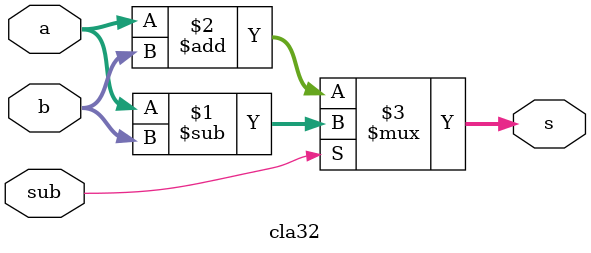
<source format=v>
module cla32 (a,b,sub,s);
	input [31:0] a,b;
	input sub;
	output [31:0] s;
	assign s = sub ? a - b : a + b;
endmodule 
</source>
